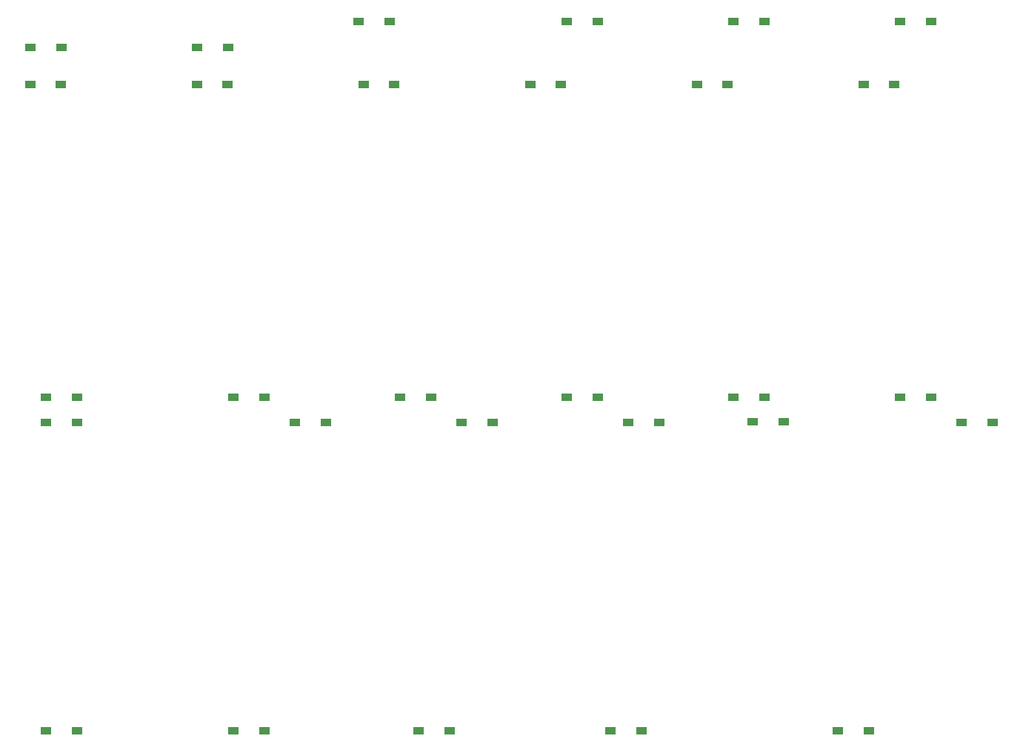
<source format=gbr>
G04 #@! TF.GenerationSoftware,KiCad,Pcbnew,7.0.8*
G04 #@! TF.CreationDate,2023-10-21T06:46:12+09:00*
G04 #@! TF.ProjectId,ckb9,636b6239-2e6b-4696-9361-645f70636258,rev?*
G04 #@! TF.SameCoordinates,Original*
G04 #@! TF.FileFunction,Paste,Top*
G04 #@! TF.FilePolarity,Positive*
%FSLAX46Y46*%
G04 Gerber Fmt 4.6, Leading zero omitted, Abs format (unit mm)*
G04 Created by KiCad (PCBNEW 7.0.8) date 2023-10-21 06:46:12*
%MOMM*%
%LPD*%
G01*
G04 APERTURE LIST*
%ADD10R,1.300000X0.950000*%
G04 APERTURE END LIST*
D10*
X423565000Y55760000D03*
X427115000Y55760000D03*
X499705000Y51567500D03*
X503255000Y51567500D03*
X480655000Y51567500D03*
X484205000Y51567500D03*
X461045000Y58720000D03*
X464595000Y58720000D03*
X522957500Y58720000D03*
X526507500Y58720000D03*
X442615000Y55760000D03*
X446165000Y55760000D03*
X503907500Y58720000D03*
X507457500Y58720000D03*
X518755000Y51567500D03*
X522305000Y51567500D03*
X515814000Y-22242500D03*
X519364000Y-22242500D03*
X465807500Y15857500D03*
X469357500Y15857500D03*
X484857500Y15857500D03*
X488407500Y15857500D03*
X503907500Y15857500D03*
X507457500Y15857500D03*
X522957500Y15857500D03*
X526507500Y15857500D03*
X453792500Y12977500D03*
X457342500Y12977500D03*
X472842500Y12977500D03*
X476392500Y12977500D03*
X491892500Y12977500D03*
X495442500Y12977500D03*
X506125000Y13050000D03*
X509675000Y13050000D03*
X529992500Y12977500D03*
X533542500Y12977500D03*
X446757500Y-22242500D03*
X450307500Y-22242500D03*
X425326000Y15857500D03*
X428876000Y15857500D03*
X425326000Y-22242500D03*
X428876000Y-22242500D03*
X425285000Y12980000D03*
X428835000Y12980000D03*
X461605000Y51567500D03*
X465155000Y51567500D03*
X446757500Y15857500D03*
X450307500Y15857500D03*
X423505000Y51567500D03*
X427055000Y51567500D03*
X442555000Y51567500D03*
X446105000Y51567500D03*
X484857500Y58720000D03*
X488407500Y58720000D03*
X489835000Y-22290000D03*
X493385000Y-22290000D03*
X467925000Y-22290000D03*
X471475000Y-22290000D03*
M02*

</source>
